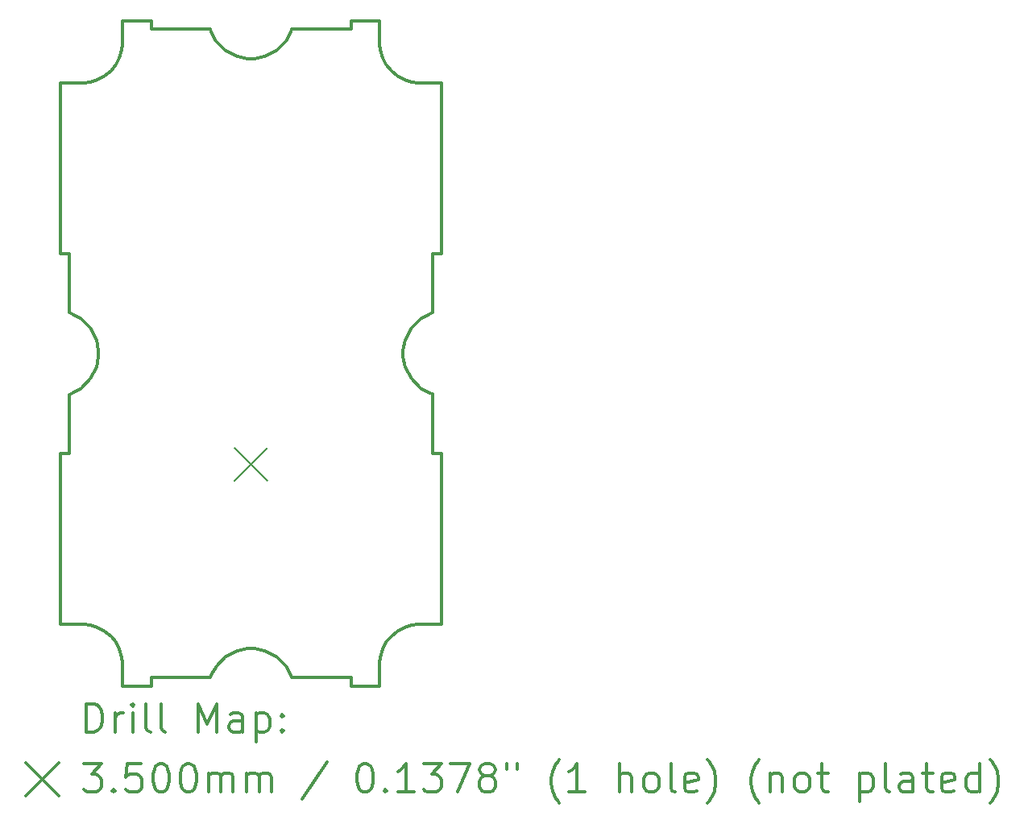
<source format=gbr>
%FSLAX45Y45*%
G04 Gerber Fmt 4.5, Leading zero omitted, Abs format (unit mm)*
G04 Created by KiCad (PCBNEW (5.1.10-1-10_14)) date 2021-12-02 22:53:45*
%MOMM*%
%LPD*%
G01*
G04 APERTURE LIST*
%TA.AperFunction,Profile*%
%ADD10C,0.330078*%
%TD*%
%ADD11C,0.200000*%
%ADD12C,0.300000*%
G04 APERTURE END LIST*
D10*
X16588534Y-4113199D02*
X16588534Y-4113199D01*
X16290899Y-4113199D02*
X16588534Y-4113199D01*
X16290899Y-4203175D02*
X16290899Y-4113199D01*
X15670417Y-4203175D02*
X16290899Y-4203175D01*
X15659570Y-4235968D02*
X15670417Y-4203175D01*
X15606367Y-4327658D02*
X15659570Y-4235968D01*
X15508502Y-4425865D02*
X15606367Y-4327658D01*
X15384279Y-4490313D02*
X15508502Y-4425865D01*
X15277029Y-4513501D02*
X15384279Y-4490313D01*
X15241295Y-4513501D02*
X15277029Y-4513501D01*
X15205496Y-4513501D02*
X15241295Y-4513501D01*
X15098197Y-4490313D02*
X15205496Y-4513501D01*
X14973982Y-4425865D02*
X15098197Y-4490313D01*
X14876117Y-4327658D02*
X14973982Y-4425865D01*
X14822914Y-4235968D02*
X14876117Y-4327658D01*
X14812108Y-4203175D02*
X14822914Y-4235968D01*
X14191675Y-4203175D02*
X14812108Y-4203175D01*
X14191675Y-4113199D02*
X14191675Y-4203175D01*
X13894040Y-4113199D02*
X14191675Y-4113199D01*
X13894040Y-4335011D02*
X13894040Y-4113199D01*
X13894040Y-4356705D02*
X13894040Y-4335011D01*
X13885265Y-4421859D02*
X13894040Y-4356705D01*
X13860102Y-4502752D02*
X13885265Y-4421859D01*
X13820338Y-4575966D02*
X13860102Y-4502752D01*
X13767660Y-4639788D02*
X13820338Y-4575966D01*
X13703830Y-4692471D02*
X13767660Y-4639788D01*
X13630612Y-4732234D02*
X13703830Y-4692471D01*
X13549724Y-4757398D02*
X13630612Y-4732234D01*
X13484572Y-4766164D02*
X13549724Y-4757398D01*
X13462885Y-4766164D02*
X13484572Y-4766164D01*
X13241069Y-4766164D02*
X13462885Y-4766164D01*
X13241069Y-6561147D02*
X13241069Y-4766164D01*
X13331039Y-6561147D02*
X13241069Y-6561147D01*
X13331039Y-7181979D02*
X13331039Y-6561147D01*
X13363746Y-7192866D02*
X13331039Y-7181979D01*
X13455082Y-7246117D02*
X13363746Y-7192866D01*
X13552942Y-7343934D02*
X13455082Y-7246117D01*
X13617124Y-7467979D02*
X13552942Y-7343934D01*
X13640222Y-7575058D02*
X13617124Y-7467979D01*
X13640222Y-7610767D02*
X13640222Y-7575058D01*
X13640222Y-7646420D02*
X13640222Y-7610767D01*
X13617124Y-7753540D02*
X13640222Y-7646420D01*
X13552942Y-7877576D02*
X13617124Y-7753540D01*
X13455082Y-7975393D02*
X13552942Y-7877576D01*
X13363746Y-8028693D02*
X13455082Y-7975393D01*
X13331039Y-8039581D02*
X13363746Y-8028693D01*
X13331039Y-8660371D02*
X13331039Y-8039581D01*
X13241069Y-8660371D02*
X13331039Y-8660371D01*
X13241069Y-10455387D02*
X13241069Y-8660371D01*
X13462885Y-10455387D02*
X13241069Y-10455387D01*
X13484572Y-10455387D02*
X13462885Y-10455387D01*
X13549724Y-10464121D02*
X13484572Y-10455387D01*
X13630612Y-10489293D02*
X13549724Y-10464121D01*
X13703830Y-10529048D02*
X13630612Y-10489293D01*
X13767660Y-10581727D02*
X13703830Y-10529048D01*
X13820338Y-10645557D02*
X13767660Y-10581727D01*
X13860102Y-10718775D02*
X13820338Y-10645557D01*
X13885265Y-10799663D02*
X13860102Y-10718775D01*
X13894040Y-10864815D02*
X13885265Y-10799663D01*
X13894040Y-10886547D02*
X13894040Y-10864815D01*
X13894040Y-11108318D02*
X13894040Y-10886547D01*
X14191675Y-11108318D02*
X13894040Y-11108318D01*
X14191675Y-11018393D02*
X14191675Y-11108318D01*
X14812774Y-11018393D02*
X14191675Y-11018393D01*
X14823711Y-10985728D02*
X14812774Y-11018393D01*
X14877043Y-10894658D02*
X14823711Y-10985728D01*
X14974811Y-10797063D02*
X14877043Y-10894658D01*
X15098734Y-10733057D02*
X14974811Y-10797063D01*
X15205618Y-10710090D02*
X15098734Y-10733057D01*
X15241295Y-10710090D02*
X15205618Y-10710090D01*
X15276907Y-10710090D02*
X15241295Y-10710090D01*
X15383791Y-10733057D02*
X15276907Y-10710090D01*
X15507665Y-10797063D02*
X15383791Y-10733057D01*
X15605482Y-10894658D02*
X15507665Y-10797063D01*
X15658782Y-10985728D02*
X15605482Y-10894658D01*
X15669751Y-11018393D02*
X15658782Y-10985728D01*
X16290899Y-11018393D02*
X15669751Y-11018393D01*
X16290899Y-11108318D02*
X16290899Y-11018393D01*
X16588534Y-11108318D02*
X16290899Y-11108318D01*
X16588534Y-10886547D02*
X16588534Y-11108318D01*
X16588534Y-10864815D02*
X16588534Y-10886547D01*
X16597260Y-10799663D02*
X16588534Y-10864815D01*
X16622431Y-10718775D02*
X16597260Y-10799663D01*
X16662195Y-10645557D02*
X16622431Y-10718775D01*
X16714829Y-10581727D02*
X16662195Y-10645557D01*
X16778651Y-10529048D02*
X16714829Y-10581727D01*
X16851873Y-10489293D02*
X16778651Y-10529048D01*
X16932758Y-10464121D02*
X16851873Y-10489293D01*
X16997920Y-10455387D02*
X16932758Y-10464121D01*
X17019638Y-10455387D02*
X16997920Y-10455387D01*
X17240541Y-10455387D02*
X17019638Y-10455387D01*
X17240541Y-8660371D02*
X17240541Y-10455387D01*
X17150564Y-8660371D02*
X17240541Y-8660371D01*
X17150564Y-8038386D02*
X17150564Y-8660371D01*
X17117772Y-8027629D02*
X17150564Y-8038386D01*
X17026252Y-7974727D02*
X17117772Y-8027629D01*
X16928175Y-7877227D02*
X17026252Y-7974727D01*
X16863776Y-7753402D02*
X16928175Y-7877227D01*
X16840677Y-7646420D02*
X16863776Y-7753402D01*
X16840677Y-7610767D02*
X16840677Y-7646420D01*
X16840677Y-7575091D02*
X16840677Y-7610767D01*
X16863776Y-7468117D02*
X16840677Y-7575091D01*
X16928175Y-7344243D02*
X16863776Y-7468117D01*
X17026252Y-7246784D02*
X16928175Y-7344243D01*
X17117772Y-7193882D02*
X17026252Y-7246784D01*
X17150564Y-7183173D02*
X17117772Y-7193882D01*
X17150564Y-6561147D02*
X17150564Y-7183173D01*
X17240541Y-6561147D02*
X17150564Y-6561147D01*
X17240541Y-4766164D02*
X17240541Y-6561147D01*
X17019638Y-4766164D02*
X17240541Y-4766164D01*
X16997920Y-4766164D02*
X17019638Y-4766164D01*
X16932758Y-4757398D02*
X16997920Y-4766164D01*
X16851873Y-4732234D02*
X16932758Y-4757398D01*
X16778651Y-4692471D02*
X16851873Y-4732234D01*
X16714829Y-4639788D02*
X16778651Y-4692471D01*
X16662195Y-4575966D02*
X16714829Y-4639788D01*
X16622431Y-4502752D02*
X16662195Y-4575966D01*
X16597260Y-4421859D02*
X16622431Y-4502752D01*
X16588534Y-4356705D02*
X16597260Y-4421859D01*
X16588534Y-4335011D02*
X16588534Y-4356705D01*
X16588534Y-4113199D02*
X16588534Y-4335011D01*
D11*
X15065000Y-8603000D02*
X15415000Y-8953000D01*
X15415000Y-8603000D02*
X15065000Y-8953000D01*
D12*
X13510994Y-11590536D02*
X13510994Y-11290536D01*
X13582423Y-11290536D01*
X13625280Y-11304822D01*
X13653851Y-11333393D01*
X13668137Y-11361964D01*
X13682423Y-11419107D01*
X13682423Y-11461964D01*
X13668137Y-11519107D01*
X13653851Y-11547679D01*
X13625280Y-11576250D01*
X13582423Y-11590536D01*
X13510994Y-11590536D01*
X13810994Y-11590536D02*
X13810994Y-11390536D01*
X13810994Y-11447679D02*
X13825280Y-11419107D01*
X13839565Y-11404822D01*
X13868137Y-11390536D01*
X13896708Y-11390536D01*
X13996708Y-11590536D02*
X13996708Y-11390536D01*
X13996708Y-11290536D02*
X13982423Y-11304822D01*
X13996708Y-11319107D01*
X14010994Y-11304822D01*
X13996708Y-11290536D01*
X13996708Y-11319107D01*
X14182423Y-11590536D02*
X14153851Y-11576250D01*
X14139565Y-11547679D01*
X14139565Y-11290536D01*
X14339565Y-11590536D02*
X14310994Y-11576250D01*
X14296708Y-11547679D01*
X14296708Y-11290536D01*
X14682423Y-11590536D02*
X14682423Y-11290536D01*
X14782423Y-11504822D01*
X14882423Y-11290536D01*
X14882423Y-11590536D01*
X15153851Y-11590536D02*
X15153851Y-11433393D01*
X15139565Y-11404822D01*
X15110994Y-11390536D01*
X15053851Y-11390536D01*
X15025280Y-11404822D01*
X15153851Y-11576250D02*
X15125280Y-11590536D01*
X15053851Y-11590536D01*
X15025280Y-11576250D01*
X15010994Y-11547679D01*
X15010994Y-11519107D01*
X15025280Y-11490536D01*
X15053851Y-11476250D01*
X15125280Y-11476250D01*
X15153851Y-11461964D01*
X15296708Y-11390536D02*
X15296708Y-11690536D01*
X15296708Y-11404822D02*
X15325280Y-11390536D01*
X15382423Y-11390536D01*
X15410994Y-11404822D01*
X15425280Y-11419107D01*
X15439565Y-11447679D01*
X15439565Y-11533393D01*
X15425280Y-11561964D01*
X15410994Y-11576250D01*
X15382423Y-11590536D01*
X15325280Y-11590536D01*
X15296708Y-11576250D01*
X15568137Y-11561964D02*
X15582423Y-11576250D01*
X15568137Y-11590536D01*
X15553851Y-11576250D01*
X15568137Y-11561964D01*
X15568137Y-11590536D01*
X15568137Y-11404822D02*
X15582423Y-11419107D01*
X15568137Y-11433393D01*
X15553851Y-11419107D01*
X15568137Y-11404822D01*
X15568137Y-11433393D01*
X12874565Y-11909822D02*
X13224565Y-12259822D01*
X13224565Y-11909822D02*
X12874565Y-12259822D01*
X13482423Y-11920536D02*
X13668137Y-11920536D01*
X13568137Y-12034822D01*
X13610994Y-12034822D01*
X13639565Y-12049107D01*
X13653851Y-12063393D01*
X13668137Y-12091964D01*
X13668137Y-12163393D01*
X13653851Y-12191964D01*
X13639565Y-12206250D01*
X13610994Y-12220536D01*
X13525280Y-12220536D01*
X13496708Y-12206250D01*
X13482423Y-12191964D01*
X13796708Y-12191964D02*
X13810994Y-12206250D01*
X13796708Y-12220536D01*
X13782423Y-12206250D01*
X13796708Y-12191964D01*
X13796708Y-12220536D01*
X14082423Y-11920536D02*
X13939565Y-11920536D01*
X13925280Y-12063393D01*
X13939565Y-12049107D01*
X13968137Y-12034822D01*
X14039565Y-12034822D01*
X14068137Y-12049107D01*
X14082423Y-12063393D01*
X14096708Y-12091964D01*
X14096708Y-12163393D01*
X14082423Y-12191964D01*
X14068137Y-12206250D01*
X14039565Y-12220536D01*
X13968137Y-12220536D01*
X13939565Y-12206250D01*
X13925280Y-12191964D01*
X14282423Y-11920536D02*
X14310994Y-11920536D01*
X14339565Y-11934822D01*
X14353851Y-11949107D01*
X14368137Y-11977679D01*
X14382423Y-12034822D01*
X14382423Y-12106250D01*
X14368137Y-12163393D01*
X14353851Y-12191964D01*
X14339565Y-12206250D01*
X14310994Y-12220536D01*
X14282423Y-12220536D01*
X14253851Y-12206250D01*
X14239565Y-12191964D01*
X14225280Y-12163393D01*
X14210994Y-12106250D01*
X14210994Y-12034822D01*
X14225280Y-11977679D01*
X14239565Y-11949107D01*
X14253851Y-11934822D01*
X14282423Y-11920536D01*
X14568137Y-11920536D02*
X14596708Y-11920536D01*
X14625280Y-11934822D01*
X14639565Y-11949107D01*
X14653851Y-11977679D01*
X14668137Y-12034822D01*
X14668137Y-12106250D01*
X14653851Y-12163393D01*
X14639565Y-12191964D01*
X14625280Y-12206250D01*
X14596708Y-12220536D01*
X14568137Y-12220536D01*
X14539565Y-12206250D01*
X14525280Y-12191964D01*
X14510994Y-12163393D01*
X14496708Y-12106250D01*
X14496708Y-12034822D01*
X14510994Y-11977679D01*
X14525280Y-11949107D01*
X14539565Y-11934822D01*
X14568137Y-11920536D01*
X14796708Y-12220536D02*
X14796708Y-12020536D01*
X14796708Y-12049107D02*
X14810994Y-12034822D01*
X14839565Y-12020536D01*
X14882423Y-12020536D01*
X14910994Y-12034822D01*
X14925280Y-12063393D01*
X14925280Y-12220536D01*
X14925280Y-12063393D02*
X14939565Y-12034822D01*
X14968137Y-12020536D01*
X15010994Y-12020536D01*
X15039565Y-12034822D01*
X15053851Y-12063393D01*
X15053851Y-12220536D01*
X15196708Y-12220536D02*
X15196708Y-12020536D01*
X15196708Y-12049107D02*
X15210994Y-12034822D01*
X15239565Y-12020536D01*
X15282423Y-12020536D01*
X15310994Y-12034822D01*
X15325280Y-12063393D01*
X15325280Y-12220536D01*
X15325280Y-12063393D02*
X15339565Y-12034822D01*
X15368137Y-12020536D01*
X15410994Y-12020536D01*
X15439565Y-12034822D01*
X15453851Y-12063393D01*
X15453851Y-12220536D01*
X16039565Y-11906250D02*
X15782423Y-12291964D01*
X16425280Y-11920536D02*
X16453851Y-11920536D01*
X16482423Y-11934822D01*
X16496708Y-11949107D01*
X16510994Y-11977679D01*
X16525280Y-12034822D01*
X16525280Y-12106250D01*
X16510994Y-12163393D01*
X16496708Y-12191964D01*
X16482423Y-12206250D01*
X16453851Y-12220536D01*
X16425280Y-12220536D01*
X16396708Y-12206250D01*
X16382423Y-12191964D01*
X16368137Y-12163393D01*
X16353851Y-12106250D01*
X16353851Y-12034822D01*
X16368137Y-11977679D01*
X16382423Y-11949107D01*
X16396708Y-11934822D01*
X16425280Y-11920536D01*
X16653851Y-12191964D02*
X16668137Y-12206250D01*
X16653851Y-12220536D01*
X16639565Y-12206250D01*
X16653851Y-12191964D01*
X16653851Y-12220536D01*
X16953851Y-12220536D02*
X16782423Y-12220536D01*
X16868137Y-12220536D02*
X16868137Y-11920536D01*
X16839566Y-11963393D01*
X16810994Y-11991964D01*
X16782423Y-12006250D01*
X17053851Y-11920536D02*
X17239566Y-11920536D01*
X17139566Y-12034822D01*
X17182423Y-12034822D01*
X17210994Y-12049107D01*
X17225280Y-12063393D01*
X17239566Y-12091964D01*
X17239566Y-12163393D01*
X17225280Y-12191964D01*
X17210994Y-12206250D01*
X17182423Y-12220536D01*
X17096708Y-12220536D01*
X17068137Y-12206250D01*
X17053851Y-12191964D01*
X17339566Y-11920536D02*
X17539566Y-11920536D01*
X17410994Y-12220536D01*
X17696708Y-12049107D02*
X17668137Y-12034822D01*
X17653851Y-12020536D01*
X17639566Y-11991964D01*
X17639566Y-11977679D01*
X17653851Y-11949107D01*
X17668137Y-11934822D01*
X17696708Y-11920536D01*
X17753851Y-11920536D01*
X17782423Y-11934822D01*
X17796708Y-11949107D01*
X17810994Y-11977679D01*
X17810994Y-11991964D01*
X17796708Y-12020536D01*
X17782423Y-12034822D01*
X17753851Y-12049107D01*
X17696708Y-12049107D01*
X17668137Y-12063393D01*
X17653851Y-12077679D01*
X17639566Y-12106250D01*
X17639566Y-12163393D01*
X17653851Y-12191964D01*
X17668137Y-12206250D01*
X17696708Y-12220536D01*
X17753851Y-12220536D01*
X17782423Y-12206250D01*
X17796708Y-12191964D01*
X17810994Y-12163393D01*
X17810994Y-12106250D01*
X17796708Y-12077679D01*
X17782423Y-12063393D01*
X17753851Y-12049107D01*
X17925280Y-11920536D02*
X17925280Y-11977679D01*
X18039566Y-11920536D02*
X18039566Y-11977679D01*
X18482423Y-12334822D02*
X18468137Y-12320536D01*
X18439566Y-12277679D01*
X18425280Y-12249107D01*
X18410994Y-12206250D01*
X18396708Y-12134822D01*
X18396708Y-12077679D01*
X18410994Y-12006250D01*
X18425280Y-11963393D01*
X18439566Y-11934822D01*
X18468137Y-11891964D01*
X18482423Y-11877679D01*
X18753851Y-12220536D02*
X18582423Y-12220536D01*
X18668137Y-12220536D02*
X18668137Y-11920536D01*
X18639566Y-11963393D01*
X18610994Y-11991964D01*
X18582423Y-12006250D01*
X19110994Y-12220536D02*
X19110994Y-11920536D01*
X19239566Y-12220536D02*
X19239566Y-12063393D01*
X19225280Y-12034822D01*
X19196708Y-12020536D01*
X19153851Y-12020536D01*
X19125280Y-12034822D01*
X19110994Y-12049107D01*
X19425280Y-12220536D02*
X19396708Y-12206250D01*
X19382423Y-12191964D01*
X19368137Y-12163393D01*
X19368137Y-12077679D01*
X19382423Y-12049107D01*
X19396708Y-12034822D01*
X19425280Y-12020536D01*
X19468137Y-12020536D01*
X19496708Y-12034822D01*
X19510994Y-12049107D01*
X19525280Y-12077679D01*
X19525280Y-12163393D01*
X19510994Y-12191964D01*
X19496708Y-12206250D01*
X19468137Y-12220536D01*
X19425280Y-12220536D01*
X19696708Y-12220536D02*
X19668137Y-12206250D01*
X19653851Y-12177679D01*
X19653851Y-11920536D01*
X19925280Y-12206250D02*
X19896708Y-12220536D01*
X19839566Y-12220536D01*
X19810994Y-12206250D01*
X19796708Y-12177679D01*
X19796708Y-12063393D01*
X19810994Y-12034822D01*
X19839566Y-12020536D01*
X19896708Y-12020536D01*
X19925280Y-12034822D01*
X19939566Y-12063393D01*
X19939566Y-12091964D01*
X19796708Y-12120536D01*
X20039566Y-12334822D02*
X20053851Y-12320536D01*
X20082423Y-12277679D01*
X20096708Y-12249107D01*
X20110994Y-12206250D01*
X20125280Y-12134822D01*
X20125280Y-12077679D01*
X20110994Y-12006250D01*
X20096708Y-11963393D01*
X20082423Y-11934822D01*
X20053851Y-11891964D01*
X20039566Y-11877679D01*
X20582423Y-12334822D02*
X20568137Y-12320536D01*
X20539566Y-12277679D01*
X20525280Y-12249107D01*
X20510994Y-12206250D01*
X20496708Y-12134822D01*
X20496708Y-12077679D01*
X20510994Y-12006250D01*
X20525280Y-11963393D01*
X20539566Y-11934822D01*
X20568137Y-11891964D01*
X20582423Y-11877679D01*
X20696708Y-12020536D02*
X20696708Y-12220536D01*
X20696708Y-12049107D02*
X20710994Y-12034822D01*
X20739566Y-12020536D01*
X20782423Y-12020536D01*
X20810994Y-12034822D01*
X20825280Y-12063393D01*
X20825280Y-12220536D01*
X21010994Y-12220536D02*
X20982423Y-12206250D01*
X20968137Y-12191964D01*
X20953851Y-12163393D01*
X20953851Y-12077679D01*
X20968137Y-12049107D01*
X20982423Y-12034822D01*
X21010994Y-12020536D01*
X21053851Y-12020536D01*
X21082423Y-12034822D01*
X21096708Y-12049107D01*
X21110994Y-12077679D01*
X21110994Y-12163393D01*
X21096708Y-12191964D01*
X21082423Y-12206250D01*
X21053851Y-12220536D01*
X21010994Y-12220536D01*
X21196708Y-12020536D02*
X21310994Y-12020536D01*
X21239566Y-11920536D02*
X21239566Y-12177679D01*
X21253851Y-12206250D01*
X21282423Y-12220536D01*
X21310994Y-12220536D01*
X21639566Y-12020536D02*
X21639566Y-12320536D01*
X21639566Y-12034822D02*
X21668137Y-12020536D01*
X21725280Y-12020536D01*
X21753851Y-12034822D01*
X21768137Y-12049107D01*
X21782423Y-12077679D01*
X21782423Y-12163393D01*
X21768137Y-12191964D01*
X21753851Y-12206250D01*
X21725280Y-12220536D01*
X21668137Y-12220536D01*
X21639566Y-12206250D01*
X21953851Y-12220536D02*
X21925280Y-12206250D01*
X21910994Y-12177679D01*
X21910994Y-11920536D01*
X22196708Y-12220536D02*
X22196708Y-12063393D01*
X22182423Y-12034822D01*
X22153851Y-12020536D01*
X22096708Y-12020536D01*
X22068137Y-12034822D01*
X22196708Y-12206250D02*
X22168137Y-12220536D01*
X22096708Y-12220536D01*
X22068137Y-12206250D01*
X22053851Y-12177679D01*
X22053851Y-12149107D01*
X22068137Y-12120536D01*
X22096708Y-12106250D01*
X22168137Y-12106250D01*
X22196708Y-12091964D01*
X22296708Y-12020536D02*
X22410994Y-12020536D01*
X22339566Y-11920536D02*
X22339566Y-12177679D01*
X22353851Y-12206250D01*
X22382423Y-12220536D01*
X22410994Y-12220536D01*
X22625280Y-12206250D02*
X22596708Y-12220536D01*
X22539565Y-12220536D01*
X22510994Y-12206250D01*
X22496708Y-12177679D01*
X22496708Y-12063393D01*
X22510994Y-12034822D01*
X22539565Y-12020536D01*
X22596708Y-12020536D01*
X22625280Y-12034822D01*
X22639565Y-12063393D01*
X22639565Y-12091964D01*
X22496708Y-12120536D01*
X22896708Y-12220536D02*
X22896708Y-11920536D01*
X22896708Y-12206250D02*
X22868137Y-12220536D01*
X22810994Y-12220536D01*
X22782423Y-12206250D01*
X22768137Y-12191964D01*
X22753851Y-12163393D01*
X22753851Y-12077679D01*
X22768137Y-12049107D01*
X22782423Y-12034822D01*
X22810994Y-12020536D01*
X22868137Y-12020536D01*
X22896708Y-12034822D01*
X23010994Y-12334822D02*
X23025280Y-12320536D01*
X23053851Y-12277679D01*
X23068137Y-12249107D01*
X23082423Y-12206250D01*
X23096708Y-12134822D01*
X23096708Y-12077679D01*
X23082423Y-12006250D01*
X23068137Y-11963393D01*
X23053851Y-11934822D01*
X23025280Y-11891964D01*
X23010994Y-11877679D01*
M02*

</source>
